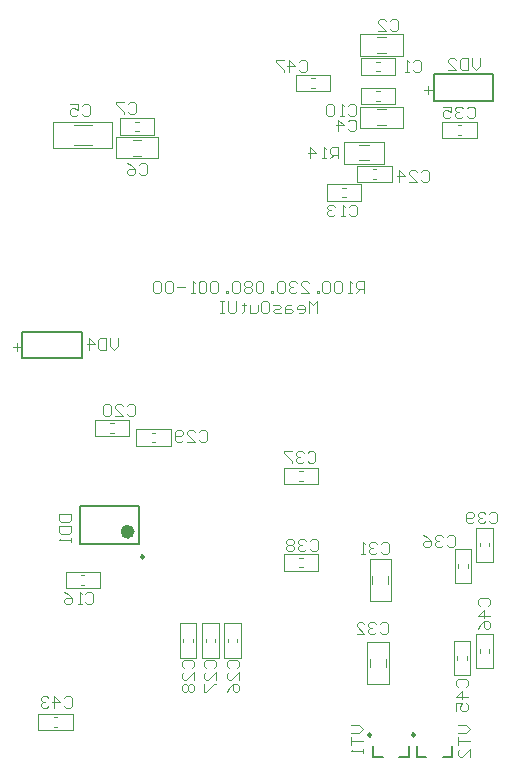
<source format=gbo>
G04 Layer_Color=32896*
%FSLAX44Y44*%
%MOMM*%
G71*
G01*
G75*
%ADD36C,0.2000*%
%ADD52C,0.6000*%
%ADD53C,0.2500*%
%ADD54C,0.1000*%
%ADD57C,0.1270*%
D36*
X367000Y-30000D02*
X375000D01*
Y-20000D01*
X345000Y-30000D02*
X353000D01*
X345000D02*
Y-20000D01*
X60000Y151000D02*
Y183000D01*
X110000Y151000D02*
Y183000D01*
X60000D02*
X110000D01*
X60000Y151000D02*
X110000D01*
X330000Y-30000D02*
X338000D01*
Y-20000D01*
X308000Y-30000D02*
X316000D01*
X308000D02*
Y-20000D01*
D52*
X103000Y161000D02*
G03*
X103000Y161000I-3000J0D01*
G01*
D53*
X343250Y-11000D02*
G03*
X343250Y-11000I-1250J0D01*
G01*
X113800Y139750D02*
G03*
X113800Y139750I-1250J0D01*
G01*
X306250Y-11000D02*
G03*
X306250Y-11000I-1250J0D01*
G01*
D54*
X242500Y548000D02*
X271500D01*
X242500Y534000D02*
Y548000D01*
Y534000D02*
X271500D01*
Y548000D01*
X255500Y537000D02*
X258500D01*
X255500Y545000D02*
X258500D01*
X296000Y475500D02*
X304000D01*
X296000Y488500D02*
X304000D01*
X316750Y472750D02*
Y491250D01*
X283250Y472750D02*
X316750D01*
X283250D02*
Y491250D01*
X316750D01*
X398000Y58500D02*
Y61500D01*
X406000Y58500D02*
Y61500D01*
X395000Y74500D02*
X409000D01*
Y45500D02*
Y74500D01*
X395000Y45500D02*
X409000D01*
X395000D02*
Y74500D01*
X379000Y52500D02*
Y55500D01*
X387000Y52500D02*
Y55500D01*
X376000Y68500D02*
X390000D01*
Y39500D02*
Y68500D01*
X376000Y39500D02*
X390000D01*
X376000D02*
Y68500D01*
X37500Y-4000D02*
X40500D01*
X37500Y4000D02*
X40500D01*
X24500Y-7000D02*
Y7000D01*
X53500D01*
Y-7000D02*
Y7000D01*
X24500Y-7000D02*
X53500D01*
X398000Y148500D02*
Y151500D01*
X406000Y148500D02*
Y151500D01*
X395000Y164500D02*
X409000D01*
Y135500D02*
Y164500D01*
X395000Y135500D02*
X409000D01*
X395000D02*
Y164500D01*
X245500Y139000D02*
X248500D01*
X245500Y131000D02*
X248500D01*
X261500Y128000D02*
Y142000D01*
X232500Y128000D02*
X261500D01*
X232500D02*
Y142000D01*
X261500D01*
X245500Y212000D02*
X248500D01*
X245500Y204000D02*
X248500D01*
X261500Y201000D02*
Y215000D01*
X232500Y201000D02*
X261500D01*
X232500D02*
Y215000D01*
X261500D01*
X380000Y130500D02*
Y133500D01*
X388000Y130500D02*
Y133500D01*
X377000Y146500D02*
X391000D01*
Y117500D02*
Y146500D01*
X377000Y117500D02*
X391000D01*
X377000D02*
Y146500D01*
X379500Y497000D02*
X382500D01*
X379500Y505000D02*
X382500D01*
X366500Y494000D02*
Y508000D01*
X395500D01*
Y494000D02*
Y508000D01*
X366500Y494000D02*
X395500D01*
X305250Y46500D02*
Y53500D01*
X318750Y46500D02*
Y53500D01*
X303000Y32000D02*
X321000D01*
X303000D02*
Y68000D01*
X321000D01*
Y32000D02*
Y68000D01*
X320750Y116500D02*
Y123500D01*
X307250Y116500D02*
Y123500D01*
X305000Y138000D02*
X323000D01*
Y102000D02*
Y138000D01*
X305000Y102000D02*
X323000D01*
X305000D02*
Y138000D01*
X120500Y245000D02*
X123500D01*
X120500Y237000D02*
X123500D01*
X136500Y234000D02*
Y248000D01*
X107500Y234000D02*
X136500D01*
X107500D02*
Y248000D01*
X136500D01*
X155000Y67500D02*
Y70500D01*
X147000Y67500D02*
Y70500D01*
X144000Y54500D02*
X158000D01*
X144000D02*
Y83500D01*
X158000D01*
Y54500D02*
Y83500D01*
X174000Y67500D02*
Y70500D01*
X166000Y67500D02*
Y70500D01*
X163000Y54500D02*
X177000D01*
X163000D02*
Y83500D01*
X177000D01*
Y54500D02*
Y83500D01*
X193000Y67500D02*
Y70500D01*
X185000Y67500D02*
Y70500D01*
X182000Y54500D02*
X196000D01*
X182000D02*
Y83500D01*
X196000D01*
Y54500D02*
Y83500D01*
X307500Y460000D02*
X310500D01*
X307500Y468000D02*
X310500D01*
X294500Y457000D02*
Y471000D01*
X323500D01*
Y457000D02*
Y471000D01*
X294500Y457000D02*
X323500D01*
X85500Y245000D02*
X88500D01*
X85500Y253000D02*
X88500D01*
X72500Y242000D02*
Y256000D01*
X101500D01*
Y242000D02*
Y256000D01*
X72500Y242000D02*
X101500D01*
X60500Y116000D02*
X63500D01*
X60500Y124000D02*
X63500D01*
X47500Y113000D02*
Y127000D01*
X76500D01*
Y113000D02*
Y127000D01*
X47500Y113000D02*
X76500D01*
X281500Y452000D02*
X284500D01*
X281500Y444000D02*
X284500D01*
X297500Y441000D02*
Y455000D01*
X268500Y441000D02*
X297500D01*
X268500D02*
Y455000D01*
X297500D01*
X310500Y526000D02*
X313500D01*
X310500Y534000D02*
X313500D01*
X297500Y523000D02*
Y537000D01*
X326500D01*
Y523000D02*
Y537000D01*
X297500Y523000D02*
X326500D01*
X104500Y479250D02*
X111500D01*
X104500Y492750D02*
X111500D01*
X126000Y477000D02*
Y495000D01*
X90000Y477000D02*
X126000D01*
X90000D02*
Y495000D01*
X126000D01*
X54500Y488500D02*
X69500D01*
X54500Y505500D02*
X69500D01*
X37250Y486000D02*
Y508000D01*
X86750D01*
Y486000D02*
Y508000D01*
X37250Y486000D02*
X86750D01*
X311500Y505250D02*
X318500D01*
X311500Y518750D02*
X318500D01*
X333000Y503000D02*
Y521000D01*
X297000Y503000D02*
X333000D01*
X297000D02*
Y521000D01*
X333000D01*
X311500Y579750D02*
X318500D01*
X311500Y566250D02*
X318500D01*
X297000Y564000D02*
Y582000D01*
X333000D01*
Y564000D02*
Y582000D01*
X297000Y564000D02*
X333000D01*
X310500Y559000D02*
X313500D01*
X310500Y551000D02*
X313500D01*
X326500Y548000D02*
Y562000D01*
X297500Y548000D02*
X326500D01*
X297500D02*
Y562000D01*
X326500D01*
X106500Y508000D02*
X109500D01*
X106500Y500000D02*
X109500D01*
X122500Y497000D02*
Y511000D01*
X93500Y497000D02*
X122500D01*
X93500D02*
Y511000D01*
X122500D01*
X245336Y558331D02*
X247002Y559997D01*
X250334D01*
X252000Y558331D01*
Y551666D01*
X250334Y550000D01*
X247002D01*
X245336Y551666D01*
X237005Y550000D02*
Y559997D01*
X242003Y554998D01*
X235339D01*
X232006Y559997D02*
X225342D01*
Y558331D01*
X232006Y551666D01*
Y550000D01*
X380003Y-3000D02*
X386668D01*
X390000Y-6332D01*
X386668Y-9664D01*
X380003D01*
Y-12997D02*
Y-19661D01*
Y-16329D01*
X390000D01*
Y-29658D02*
Y-22994D01*
X383335Y-29658D01*
X381669D01*
X380003Y-27992D01*
Y-24660D01*
X381669Y-22994D01*
X92000Y324997D02*
Y318332D01*
X88668Y315000D01*
X85336Y318332D01*
Y324997D01*
X82003D02*
Y315000D01*
X77005D01*
X75339Y316666D01*
Y323331D01*
X77005Y324997D01*
X82003D01*
X67008Y315000D02*
Y324997D01*
X72006Y319998D01*
X65342D01*
X398000Y561997D02*
Y555332D01*
X394668Y552000D01*
X391335Y555332D01*
Y561997D01*
X388003D02*
Y552000D01*
X383005D01*
X381339Y553666D01*
Y560331D01*
X383005Y561997D01*
X388003D01*
X371342Y552000D02*
X378006D01*
X371342Y558665D01*
Y560331D01*
X373008Y561997D01*
X376340D01*
X378006Y560331D01*
X278000Y477000D02*
Y486997D01*
X273002D01*
X271336Y485331D01*
Y481998D01*
X273002Y480332D01*
X278000D01*
X274668D02*
X271336Y477000D01*
X268003D02*
X264671D01*
X266337D01*
Y486997D01*
X268003Y485331D01*
X254674Y477000D02*
Y486997D01*
X259673Y481998D01*
X253008D01*
X42003Y176000D02*
X52000D01*
Y171002D01*
X50334Y169335D01*
X43669D01*
X42003Y171002D01*
Y176000D01*
Y166003D02*
X52000D01*
Y161005D01*
X50334Y159339D01*
X43669D01*
X42003Y161005D01*
Y166003D01*
X52000Y156006D02*
Y152674D01*
Y154340D01*
X42003D01*
X43669Y156006D01*
X398669Y98336D02*
X397003Y100002D01*
Y103334D01*
X398669Y105000D01*
X405334D01*
X407000Y103334D01*
Y100002D01*
X405334Y98336D01*
X407000Y90005D02*
X397003D01*
X402002Y95003D01*
Y88339D01*
X397003Y78342D02*
X398669Y81674D01*
X402002Y85006D01*
X405334D01*
X407000Y83340D01*
Y80008D01*
X405334Y78342D01*
X403668D01*
X402002Y80008D01*
Y85006D01*
X379669Y29335D02*
X378003Y31002D01*
Y34334D01*
X379669Y36000D01*
X386334D01*
X388000Y34334D01*
Y31002D01*
X386334Y29335D01*
X388000Y21005D02*
X378003D01*
X383002Y26003D01*
Y19339D01*
X378003Y9342D02*
Y16006D01*
X383002D01*
X381335Y12674D01*
Y11008D01*
X383002Y9342D01*
X386334D01*
X388000Y11008D01*
Y14340D01*
X386334Y16006D01*
X46336Y20331D02*
X48002Y21997D01*
X51334D01*
X53000Y20331D01*
Y13666D01*
X51334Y12000D01*
X48002D01*
X46336Y13666D01*
X38005Y12000D02*
Y21997D01*
X43003Y16998D01*
X36339D01*
X33006Y20331D02*
X31340Y21997D01*
X28008D01*
X26342Y20331D01*
Y18664D01*
X28008Y16998D01*
X29674D01*
X28008D01*
X26342Y15332D01*
Y13666D01*
X28008Y12000D01*
X31340D01*
X33006Y13666D01*
X406335Y176331D02*
X408002Y177997D01*
X411334D01*
X413000Y176331D01*
Y169666D01*
X411334Y168000D01*
X408002D01*
X406335Y169666D01*
X403003Y176331D02*
X401337Y177997D01*
X398005D01*
X396339Y176331D01*
Y174664D01*
X398005Y172998D01*
X399671D01*
X398005D01*
X396339Y171332D01*
Y169666D01*
X398005Y168000D01*
X401337D01*
X403003Y169666D01*
X393007D02*
X391340Y168000D01*
X388008D01*
X386342Y169666D01*
Y176331D01*
X388008Y177997D01*
X391340D01*
X393007Y176331D01*
Y174664D01*
X391340Y172998D01*
X386342D01*
X254335Y153331D02*
X256002Y154997D01*
X259334D01*
X261000Y153331D01*
Y146666D01*
X259334Y145000D01*
X256002D01*
X254335Y146666D01*
X251003Y153331D02*
X249337Y154997D01*
X246005D01*
X244339Y153331D01*
Y151664D01*
X246005Y149998D01*
X247671D01*
X246005D01*
X244339Y148332D01*
Y146666D01*
X246005Y145000D01*
X249337D01*
X251003Y146666D01*
X241007Y153331D02*
X239340Y154997D01*
X236008D01*
X234342Y153331D01*
Y151664D01*
X236008Y149998D01*
X234342Y148332D01*
Y146666D01*
X236008Y145000D01*
X239340D01*
X241007Y146666D01*
Y148332D01*
X239340Y149998D01*
X241007Y151664D01*
Y153331D01*
X239340Y149998D02*
X236008D01*
X252335Y227331D02*
X254002Y228997D01*
X257334D01*
X259000Y227331D01*
Y220666D01*
X257334Y219000D01*
X254002D01*
X252335Y220666D01*
X249003Y227331D02*
X247337Y228997D01*
X244005D01*
X242339Y227331D01*
Y225665D01*
X244005Y223998D01*
X245671D01*
X244005D01*
X242339Y222332D01*
Y220666D01*
X244005Y219000D01*
X247337D01*
X249003Y220666D01*
X239006Y228997D02*
X232342D01*
Y227331D01*
X239006Y220666D01*
Y219000D01*
X370336Y156331D02*
X372002Y157997D01*
X375334D01*
X377000Y156331D01*
Y149666D01*
X375334Y148000D01*
X372002D01*
X370336Y149666D01*
X367003Y156331D02*
X365337Y157997D01*
X362005D01*
X360339Y156331D01*
Y154664D01*
X362005Y152998D01*
X363671D01*
X362005D01*
X360339Y151332D01*
Y149666D01*
X362005Y148000D01*
X365337D01*
X367003Y149666D01*
X350342Y157997D02*
X353674Y156331D01*
X357006Y152998D01*
Y149666D01*
X355340Y148000D01*
X352008D01*
X350342Y149666D01*
Y151332D01*
X352008Y152998D01*
X357006D01*
X387336Y519331D02*
X389002Y520997D01*
X392334D01*
X394000Y519331D01*
Y512666D01*
X392334Y511000D01*
X389002D01*
X387336Y512666D01*
X384003Y519331D02*
X382337Y520997D01*
X379005D01*
X377339Y519331D01*
Y517664D01*
X379005Y515998D01*
X380671D01*
X379005D01*
X377339Y514332D01*
Y512666D01*
X379005Y511000D01*
X382337D01*
X384003Y512666D01*
X367342Y520997D02*
X374006D01*
Y515998D01*
X370674Y517664D01*
X369008D01*
X367342Y515998D01*
Y512666D01*
X369008Y511000D01*
X372340D01*
X374006Y512666D01*
X313857Y83019D02*
X315524Y84685D01*
X318856D01*
X320522Y83019D01*
Y76354D01*
X318856Y74688D01*
X315524D01*
X313857Y76354D01*
X310525Y83019D02*
X308859Y84685D01*
X305527D01*
X303861Y83019D01*
Y81353D01*
X305527Y79686D01*
X307193D01*
X305527D01*
X303861Y78020D01*
Y76354D01*
X305527Y74688D01*
X308859D01*
X310525Y76354D01*
X293864Y74688D02*
X300528D01*
X293864Y81353D01*
Y83019D01*
X295530Y84685D01*
X298862D01*
X300528Y83019D01*
X314335Y150331D02*
X316002Y151997D01*
X319334D01*
X321000Y150331D01*
Y143666D01*
X319334Y142000D01*
X316002D01*
X314335Y143666D01*
X311003Y150331D02*
X309337Y151997D01*
X306005D01*
X304339Y150331D01*
Y148665D01*
X306005Y146998D01*
X307671D01*
X306005D01*
X304339Y145332D01*
Y143666D01*
X306005Y142000D01*
X309337D01*
X311003Y143666D01*
X301006Y142000D02*
X297674D01*
X299340D01*
Y151997D01*
X301006Y150331D01*
X160336Y245331D02*
X162002Y246997D01*
X165334D01*
X167000Y245331D01*
Y238666D01*
X165334Y237000D01*
X162002D01*
X160336Y238666D01*
X150339Y237000D02*
X157003D01*
X150339Y243664D01*
Y245331D01*
X152005Y246997D01*
X155337D01*
X157003Y245331D01*
X147006Y238666D02*
X145340Y237000D01*
X142008D01*
X140342Y238666D01*
Y245331D01*
X142008Y246997D01*
X145340D01*
X147006Y245331D01*
Y243664D01*
X145340Y241998D01*
X140342D01*
X147669Y45335D02*
X146003Y47002D01*
Y50334D01*
X147669Y52000D01*
X154334D01*
X156000Y50334D01*
Y47002D01*
X154334Y45335D01*
X156000Y35339D02*
Y42003D01*
X149335Y35339D01*
X147669D01*
X146003Y37005D01*
Y40337D01*
X147669Y42003D01*
Y32006D02*
X146003Y30340D01*
Y27008D01*
X147669Y25342D01*
X149335D01*
X151002Y27008D01*
X152668Y25342D01*
X154334D01*
X156000Y27008D01*
Y30340D01*
X154334Y32006D01*
X152668D01*
X151002Y30340D01*
X149335Y32006D01*
X147669D01*
X151002Y30340D02*
Y27008D01*
X166669Y45335D02*
X165003Y47002D01*
Y50334D01*
X166669Y52000D01*
X173334D01*
X175000Y50334D01*
Y47002D01*
X173334Y45335D01*
X175000Y35339D02*
Y42003D01*
X168335Y35339D01*
X166669D01*
X165003Y37005D01*
Y40337D01*
X166669Y42003D01*
X165003Y32006D02*
Y25342D01*
X166669D01*
X173334Y32006D01*
X175000D01*
X185669Y45335D02*
X184003Y47002D01*
Y50334D01*
X185669Y52000D01*
X192334D01*
X194000Y50334D01*
Y47002D01*
X192334Y45335D01*
X194000Y35339D02*
Y42003D01*
X187335Y35339D01*
X185669D01*
X184003Y37005D01*
Y40337D01*
X185669Y42003D01*
X184003Y25342D02*
X185669Y28674D01*
X189002Y32006D01*
X192334D01*
X194000Y30340D01*
Y27008D01*
X192334Y25342D01*
X190668D01*
X189002Y27008D01*
Y32006D01*
X348335Y465331D02*
X350002Y466997D01*
X353334D01*
X355000Y465331D01*
Y458666D01*
X353334Y457000D01*
X350002D01*
X348335Y458666D01*
X338339Y457000D02*
X345003D01*
X338339Y463665D01*
Y465331D01*
X340005Y466997D01*
X343337D01*
X345003Y465331D01*
X330008Y457000D02*
Y466997D01*
X335006Y461998D01*
X328342D01*
X99335Y267331D02*
X101002Y268997D01*
X104334D01*
X106000Y267331D01*
Y260666D01*
X104334Y259000D01*
X101002D01*
X99335Y260666D01*
X89339Y259000D02*
X96003D01*
X89339Y265665D01*
Y267331D01*
X91005Y268997D01*
X94337D01*
X96003Y267331D01*
X86006D02*
X84340Y268997D01*
X81008D01*
X79342Y267331D01*
Y260666D01*
X81008Y259000D01*
X84340D01*
X86006Y260666D01*
Y267331D01*
X64335Y108331D02*
X66002Y109997D01*
X69334D01*
X71000Y108331D01*
Y101666D01*
X69334Y100000D01*
X66002D01*
X64335Y101666D01*
X61003Y100000D02*
X57671D01*
X59337D01*
Y109997D01*
X61003Y108331D01*
X46008Y109997D02*
X49340Y108331D01*
X52673Y104998D01*
Y101666D01*
X51006Y100000D01*
X47674D01*
X46008Y101666D01*
Y103332D01*
X47674Y104998D01*
X52673D01*
X287335Y436331D02*
X289002Y437997D01*
X292334D01*
X294000Y436331D01*
Y429666D01*
X292334Y428000D01*
X289002D01*
X287335Y429666D01*
X284003Y428000D02*
X280671D01*
X282337D01*
Y437997D01*
X284003Y436331D01*
X275673D02*
X274006Y437997D01*
X270674D01*
X269008Y436331D01*
Y434664D01*
X270674Y432998D01*
X272340D01*
X270674D01*
X269008Y431332D01*
Y429666D01*
X270674Y428000D01*
X274006D01*
X275673Y429666D01*
X286336Y521331D02*
X288002Y522997D01*
X291334D01*
X293000Y521331D01*
Y514666D01*
X291334Y513000D01*
X288002D01*
X286336Y514666D01*
X283003Y513000D02*
X279671D01*
X281337D01*
Y522997D01*
X283003Y521331D01*
X274673D02*
X273006Y522997D01*
X269674D01*
X268008Y521331D01*
Y514666D01*
X269674Y513000D01*
X273006D01*
X274673Y514666D01*
Y521331D01*
X109335Y471331D02*
X111002Y472997D01*
X114334D01*
X116000Y471331D01*
Y464666D01*
X114334Y463000D01*
X111002D01*
X109335Y464666D01*
X99339Y472997D02*
X102671Y471331D01*
X106003Y467998D01*
Y464666D01*
X104337Y463000D01*
X101005D01*
X99339Y464666D01*
Y466332D01*
X101005Y467998D01*
X106003D01*
X61336Y521331D02*
X63002Y522997D01*
X66334D01*
X68000Y521331D01*
Y514666D01*
X66334Y513000D01*
X63002D01*
X61336Y514666D01*
X51339Y522997D02*
X58003D01*
Y517998D01*
X54671Y519664D01*
X53005D01*
X51339Y517998D01*
Y514666D01*
X53005Y513000D01*
X56337D01*
X58003Y514666D01*
X286336Y508331D02*
X288002Y509997D01*
X291334D01*
X293000Y508331D01*
Y501666D01*
X291334Y500000D01*
X288002D01*
X286336Y501666D01*
X278005Y500000D02*
Y509997D01*
X283003Y504998D01*
X276339D01*
X322336Y593331D02*
X324002Y594997D01*
X327334D01*
X329000Y593331D01*
Y586666D01*
X327334Y585000D01*
X324002D01*
X322336Y586666D01*
X312339Y585000D02*
X319003D01*
X312339Y591665D01*
Y593331D01*
X314005Y594997D01*
X317337D01*
X319003Y593331D01*
X341335Y558331D02*
X343002Y559997D01*
X346334D01*
X348000Y558331D01*
Y551666D01*
X346334Y550000D01*
X343002D01*
X341335Y551666D01*
X338003Y550000D02*
X334671D01*
X336337D01*
Y559997D01*
X338003Y558331D01*
X100336Y523331D02*
X102002Y524997D01*
X105334D01*
X107000Y523331D01*
Y516666D01*
X105334Y515000D01*
X102002D01*
X100336Y516666D01*
X97003Y524997D02*
X90339D01*
Y523331D01*
X97003Y516666D01*
Y515000D01*
X289003Y-3000D02*
X295668D01*
X299000Y-6332D01*
X295668Y-9664D01*
X289003D01*
Y-12997D02*
Y-19661D01*
Y-16329D01*
X299000D01*
Y-22994D02*
Y-26326D01*
Y-24660D01*
X289003D01*
X290669Y-22994D01*
X2750Y317252D02*
X9414D01*
X6082Y313919D02*
Y320584D01*
X350750Y535252D02*
X357415D01*
X354082Y531919D02*
Y538584D01*
X260000Y346000D02*
Y355997D01*
X256668Y352664D01*
X253335Y355997D01*
Y346000D01*
X245005D02*
X248337D01*
X250003Y347666D01*
Y350998D01*
X248337Y352664D01*
X245005D01*
X243339Y350998D01*
Y349332D01*
X250003D01*
X238340Y352664D02*
X235008D01*
X233342Y350998D01*
Y346000D01*
X238340D01*
X240006Y347666D01*
X238340Y349332D01*
X233342D01*
X230010Y346000D02*
X225011D01*
X223345Y347666D01*
X225011Y349332D01*
X228344D01*
X230010Y350998D01*
X228344Y352664D01*
X223345D01*
X215014Y355997D02*
X218347D01*
X220013Y354331D01*
Y347666D01*
X218347Y346000D01*
X215014D01*
X213348Y347666D01*
Y354331D01*
X215014Y355997D01*
X210016Y352664D02*
Y347666D01*
X208350Y346000D01*
X203352D01*
Y352664D01*
X198353Y354331D02*
Y352664D01*
X200019D01*
X196687D01*
X198353D01*
Y347666D01*
X196687Y346000D01*
X191689Y355997D02*
Y347666D01*
X190023Y346000D01*
X186690D01*
X185024Y347666D01*
Y355997D01*
X181692D02*
X178360D01*
X180026D01*
Y346000D01*
X181692D01*
X178360D01*
X300000Y363000D02*
Y372997D01*
X295002D01*
X293335Y371331D01*
Y367998D01*
X295002Y366332D01*
X300000D01*
X296668D02*
X293335Y363000D01*
X290003D02*
X286671D01*
X288337D01*
Y372997D01*
X290003Y371331D01*
X281673D02*
X280007Y372997D01*
X276674D01*
X275008Y371331D01*
Y364666D01*
X276674Y363000D01*
X280007D01*
X281673Y364666D01*
Y371331D01*
X271676D02*
X270010Y372997D01*
X266677D01*
X265011Y371331D01*
Y364666D01*
X266677Y363000D01*
X270010D01*
X271676Y364666D01*
Y371331D01*
X261679Y363000D02*
Y364666D01*
X260013D01*
Y363000D01*
X261679D01*
X246684D02*
X253348D01*
X246684Y369664D01*
Y371331D01*
X248350Y372997D01*
X251682D01*
X253348Y371331D01*
X243352D02*
X241686Y372997D01*
X238353D01*
X236687Y371331D01*
Y369664D01*
X238353Y367998D01*
X240019D01*
X238353D01*
X236687Y366332D01*
Y364666D01*
X238353Y363000D01*
X241686D01*
X243352Y364666D01*
X233355Y371331D02*
X231689Y372997D01*
X228356D01*
X226690Y371331D01*
Y364666D01*
X228356Y363000D01*
X231689D01*
X233355Y364666D01*
Y371331D01*
X223358Y363000D02*
Y364666D01*
X221692D01*
Y363000D01*
X223358D01*
X215027Y371331D02*
X213361Y372997D01*
X210029D01*
X208363Y371331D01*
Y364666D01*
X210029Y363000D01*
X213361D01*
X215027Y364666D01*
Y371331D01*
X205031D02*
X203365Y372997D01*
X200032D01*
X198366Y371331D01*
Y369664D01*
X200032Y367998D01*
X198366Y366332D01*
Y364666D01*
X200032Y363000D01*
X203365D01*
X205031Y364666D01*
Y366332D01*
X203365Y367998D01*
X205031Y369664D01*
Y371331D01*
X203365Y367998D02*
X200032D01*
X195034Y371331D02*
X193368Y372997D01*
X190035D01*
X188369Y371331D01*
Y364666D01*
X190035Y363000D01*
X193368D01*
X195034Y364666D01*
Y371331D01*
X185037Y363000D02*
Y364666D01*
X183371D01*
Y363000D01*
X185037D01*
X176706Y371331D02*
X175040Y372997D01*
X171708D01*
X170042Y371331D01*
Y364666D01*
X171708Y363000D01*
X175040D01*
X176706Y364666D01*
Y371331D01*
X166710D02*
X165044Y372997D01*
X161711D01*
X160045Y371331D01*
Y364666D01*
X161711Y363000D01*
X165044D01*
X166710Y364666D01*
Y371331D01*
X156713Y363000D02*
X153381D01*
X155047D01*
Y372997D01*
X156713Y371331D01*
X148382Y367998D02*
X141718D01*
X138385Y371331D02*
X136719Y372997D01*
X133387D01*
X131721Y371331D01*
Y364666D01*
X133387Y363000D01*
X136719D01*
X138385Y364666D01*
Y371331D01*
X128389D02*
X126722Y372997D01*
X123390D01*
X121724Y371331D01*
Y364666D01*
X123390Y363000D01*
X126722D01*
X128389Y364666D01*
Y371331D01*
D57*
X11000Y307750D02*
X61000D01*
Y330250D01*
X11000D02*
X61000D01*
X11000Y307750D02*
Y330250D01*
X359000Y525750D02*
X409000D01*
Y548250D01*
X359000D02*
X409000D01*
X359000Y525750D02*
Y548250D01*
M02*

</source>
